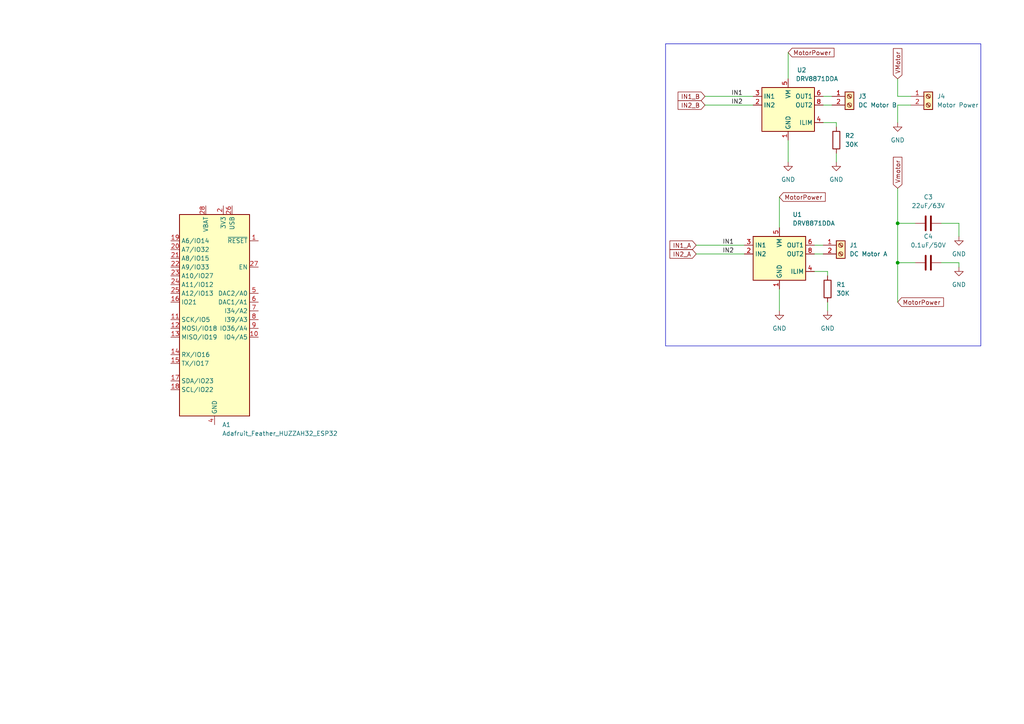
<source format=kicad_sch>
(kicad_sch (version 20230121) (generator eeschema)
  (paper "A4")
  (title_block (title "ME507 Inverted Pendulum PCB") (date "2023-10-23") (rev "0.1") (company "ME507") (comment 1 "Custom pcb for inverted pendulum balance bot"))
  (lib_symbols
    (symbol "Connector:Screw_Terminal_01x02" (pin_names (offset 1.016) hide)
      (property "Reference" "J" (at 0 2.54 0))
      (property "Value" "Screw_Terminal_01x02" (at 0 -5.08 0))
      (symbol "Screw_Terminal_01x02_1_1"
        (rectangle (start -1.27 1.27) (end 1.27 -3.81) (stroke (width 0.254)) (fill (type background)))
        (circle (center 0 -2.54) (radius 0.635) (stroke (width 0.1524)))
        (polyline (pts (xy -0.5334 -2.2098) (xy 0.3302 -3.048)) (stroke (width 0.1524)))
        (polyline (pts (xy -0.5334 0.3302) (xy 0.3302 -0.508)) (stroke (width 0.1524)))
        (polyline (pts (xy -0.3556 -2.032) (xy 0.508 -2.8702)) (stroke (width 0.1524)))
        (polyline (pts (xy -0.3556 0.508) (xy 0.508 -0.3302)) (stroke (width 0.1524)))
        (circle (center 0 0) (radius 0.635) (stroke (width 0.1524)))
        (pin passive line (at -5.08 0 0) (length 3.81) (name "Pin_1") (number "1"))
        (pin passive line (at -5.08 -2.54 0) (length 3.81) (name "Pin_2") (number "2"))
      )
    )
    (symbol "Device:C" (pin_numbers hide) (pin_names (offset 0.254))
      (property "Reference" "C" (at 0.635 2.54 0))
      (property "Value" "C" (at 0.635 -2.54 0))
      (symbol "C_0_1"
        (polyline (pts (xy -2.032 -0.762) (xy 2.032 -0.762)) (stroke (width 0.508)))
        (polyline (pts (xy -2.032 0.762) (xy 2.032 0.762)) (stroke (width 0.508)))
      )
      (symbol "C_1_1"
        (pin passive line (at 0 3.81 270) (length 2.794) (name "~") (number "1"))
        (pin passive line (at 0 -3.81 90) (length 2.794) (name "~") (number "2"))
      )
    )
    (symbol "Device:R" (pin_numbers hide) (pin_names (offset 0))
      (property "Reference" "R" (at 2.032 0 90))
      (property "Value" "R" (at 0 0 90))
      (symbol "R_0_1"
        (rectangle (start -1.016 -2.54) (end 1.016 2.54) (stroke (width 0.254)))
      )
      (symbol "R_1_1"
        (pin passive line (at 0 3.81 270) (length 1.27) (name "~") (number "1"))
        (pin passive line (at 0 -3.81 90) (length 1.27) (name "~") (number "2"))
      )
    )
    (symbol "Driver_Motor:DRV8871DDA"
      (property "Reference" "U" (at -6.35 6.35 0))
      (property "Value" "DRV8871DDA" (at 8.89 6.35 0))
      (symbol "DRV8871DDA_0_1"
        (rectangle (start -7.62 5.08) (end 7.62 -7.62) (stroke (width 0.254)) (fill (type background)))
      )
      (symbol "DRV8871DDA_1_1"
        (pin power_in line (at 0 -10.16 90) (length 2.54) (name "GND") (number "1"))
        (pin input line (at -10.16 0 0) (length 2.54) (name "IN2") (number "2"))
        (pin input line (at -10.16 2.54 0) (length 2.54) (name "IN1") (number "3"))
        (pin passive line (at 10.16 -5.08 180) (length 2.54) (name "ILIM") (number "4"))
        (pin power_in line (at 0 7.62 270) (length 2.54) (name "VM") (number "5"))
        (pin output line (at 10.16 2.54 180) (length 2.54) (name "OUT1") (number "6"))
        (pin passive line (at 0 -10.16 90) (length 2.54) hide (name "GND") (number "7"))
        (pin output line (at 10.16 0 180) (length 2.54) (name "OUT2") (number "8"))
        (pin passive line (at 0 -10.16 90) (length 2.54) hide (name "GND") (number "9"))
      )
    )
    (symbol "MCU_Module:Adafruit_Feather_HUZZAH32_ESP32"
      (property "Reference" "A" (at -10.16 29.21 0))
      (property "Value" "Adafruit_Feather_HUZZAH32_ESP32" (at 2.54 -31.75 0))
      (symbol "Adafruit_Feather_HUZZAH32_ESP32_0_1"
        (rectangle (start -10.16 27.94) (end 10.16 -30.48) (stroke (width 0.254)) (fill (type background)))
      )
      (symbol "Adafruit_Feather_HUZZAH32_ESP32_1_1"
        (pin input line (at 12.7 20.32 180) (length 2.54) (name "~{RESET}") (number "1"))
        (pin bidirectional line (at 12.7 -7.62 180) (length 2.54) (name "IO4/A5") (number "10"))
        (pin bidirectional line (at -12.7 -2.54 0) (length 2.54) (name "SCK/IO5") (number "11"))
        (pin bidirectional line (at -12.7 -5.08 0) (length 2.54) (name "MOSI/IO18") (number "12"))
        (pin bidirectional line (at -12.7 -7.62 0) (length 2.54) (name "MISO/IO19") (number "13"))
        (pin bidirectional line (at -12.7 -12.7 0) (length 2.54) (name "RX/IO16") (number "14"))
        (pin bidirectional line (at -12.7 -15.24 0) (length 2.54) (name "TX/IO17") (number "15"))
        (pin bidirectional line (at -12.7 2.54 0) (length 2.54) (name "IO21") (number "16"))
        (pin bidirectional line (at -12.7 -20.32 0) (length 2.54) (name "SDA/IO23") (number "17"))
        (pin bidirectional line (at -12.7 -22.86 0) (length 2.54) (name "SCL/IO22") (number "18"))
        (pin bidirectional line (at -12.7 20.32 0) (length 2.54) (name "A6/IO14") (number "19"))
        (pin power_in line (at 2.54 30.48 270) (length 2.54) (name "3V3") (number "2"))
        (pin bidirectional line (at -12.7 17.78 0) (length 2.54) (name "A7/IO32") (number "20"))
        (pin bidirectional line (at -12.7 15.24 0) (length 2.54) (name "A8/IO15") (number "21"))
        (pin bidirectional line (at -12.7 12.7 0) (length 2.54) (name "A9/IO33") (number "22"))
        (pin bidirectional line (at -12.7 10.16 0) (length 2.54) (name "A10/IO27") (number "23"))
        (pin bidirectional line (at -12.7 7.62 0) (length 2.54) (name "A11/IO12") (number "24"))
        (pin bidirectional line (at -12.7 5.08 0) (length 2.54) (name "A12/IO13") (number "25"))
        (pin power_in line (at 5.08 30.48 270) (length 2.54) (name "USB") (number "26"))
        (pin input line (at 12.7 12.7 180) (length 2.54) (name "EN") (number "27"))
        (pin power_in line (at -2.54 30.48 270) (length 2.54) (name "VBAT") (number "28"))
        (pin no_connect line (at 10.16 10.16 180) (length 2.54) hide (name "NC") (number "3"))
        (pin power_in line (at 0 -33.02 90) (length 2.54) (name "GND") (number "4"))
        (pin bidirectional line (at 12.7 5.08 180) (length 2.54) (name "DAC2/A0") (number "5"))
        (pin bidirectional line (at 12.7 2.54 180) (length 2.54) (name "DAC1/A1") (number "6"))
        (pin bidirectional line (at 12.7 0 180) (length 2.54) (name "I34/A2") (number "7"))
        (pin bidirectional line (at 12.7 -2.54 180) (length 2.54) (name "I39/A3") (number "8"))
        (pin bidirectional line (at 12.7 -5.08 180) (length 2.54) (name "IO36/A4") (number "9"))
      )
    )
    (symbol "power:GND" (power) (pin_names (offset 0))
      (property "Value" "GND" (at 0 -3.81 0))
      (symbol "GND_0_1"
        (polyline (pts (xy 0 0) (xy 0 -1.27) (xy 1.27 -1.27) (xy 0 -2.54) (xy -1.27 -1.27) (xy 0 -1.27)))
      )
      (symbol "GND_1_1"
        (pin power_in line (at 0 0 270) (length 0) hide (name "GND") (number "1"))
      )
    )
  )
  (junction (at 260.35 64.77))
  (junction (at 260.35 76.2))
  (wire (pts (xy 260.35 54.61) (xy 260.35 64.77)))
  (wire (pts (xy 260.35 64.77) (xy 260.35 76.2)))
  (wire (pts (xy 236.22 73.66) (xy 238.76 73.66)))
  (wire (pts (xy 236.22 71.12) (xy 238.76 71.12)))
  (wire (pts (xy 260.35 22.86) (xy 260.35 27.94)))
  (wire (pts (xy 273.05 76.2) (xy 278.13 76.2)))
  (wire (pts (xy 201.93 73.66) (xy 215.9 73.66)))
  (wire (pts (xy 228.6 40.64) (xy 228.6 46.99)))
  (wire (pts (xy 273.05 64.77) (xy 278.13 64.77)))
  (wire (pts (xy 226.06 57.15) (xy 226.06 66.04)))
  (wire (pts (xy 226.06 83.82) (xy 226.06 90.17)))
  (wire (pts (xy 201.93 71.12) (xy 215.9 71.12)))
  (wire (pts (xy 240.03 78.74) (xy 240.03 80.01)))
  (wire (pts (xy 260.35 27.94) (xy 264.16 27.94)))
  (wire (pts (xy 260.35 30.48) (xy 260.35 35.56)))
  (wire (pts (xy 240.03 87.63) (xy 240.03 90.17)))
  (wire (pts (xy 238.76 27.94) (xy 241.3 27.94)))
  (wire (pts (xy 242.57 44.45) (xy 242.57 46.99)))
  (wire (pts (xy 238.76 35.56) (xy 242.57 35.56)))
  (wire (pts (xy 236.22 78.74) (xy 240.03 78.74)))
  (wire (pts (xy 238.76 30.48) (xy 241.3 30.48)))
  (wire (pts (xy 278.13 76.2) (xy 278.13 77.47)))
  (wire (pts (xy 204.47 30.48) (xy 218.44 30.48)))
  (wire (pts (xy 242.57 35.56) (xy 242.57 36.83)))
  (wire (pts (xy 278.13 64.77) (xy 278.13 68.58)))
  (wire (pts (xy 260.35 64.77) (xy 265.43 64.77)))
  (wire (pts (xy 260.35 76.2) (xy 265.43 76.2)))
  (wire (pts (xy 264.16 30.48) (xy 260.35 30.48)))
  (wire (pts (xy 204.47 27.94) (xy 218.44 27.94)))
  (wire (pts (xy 228.6 15.24) (xy 228.6 22.86)))
  (wire (pts (xy 260.35 76.2) (xy 260.35 87.63)))
  (rectangle (start 193.04 12.7) (end 284.48 100.33))
  (label "IN2" (at 212.09 30.48 0))
  (label "IN1" (at 209.55 71.12 0))
  (label "IN1" (at 212.09 27.94 0))
  (label "IN2" (at 209.55 73.66 0))
  (global_label "IN2_A" (shape input) (at 201.93 73.66 180) (property "Intersheetrefs" "${INTERSHEET_REFS}" (effects hide)))
  (global_label "MotorPower" (shape input) (at 260.35 87.63 0) (property "Intersheetrefs" "${INTERSHEET_REFS}" (effects hide)))
  (global_label "MotorPower" (shape input) (at 228.6 15.24 0) (property "Intersheetrefs" "${INTERSHEET_REFS}" (effects hide)))
  (global_label "IN2_B" (shape input) (at 204.47 30.48 180) (property "Intersheetrefs" "${INTERSHEET_REFS}" (effects hide)))
  (global_label "Vmotor" (shape input) (at 260.35 54.61 90) (property "Intersheetrefs" "${INTERSHEET_REFS}" (effects hide)))
  (global_label "VMotor" (shape input) (at 260.35 22.86 90) (property "Intersheetrefs" "${INTERSHEET_REFS}" (effects hide)))
  (global_label "IN1_A" (shape input) (at 201.93 71.12 180) (property "Intersheetrefs" "${INTERSHEET_REFS}" (effects hide)))
  (global_label "IN1_B" (shape input) (at 204.47 27.94 180) (property "Intersheetrefs" "${INTERSHEET_REFS}" (effects hide)))
  (global_label "MotorPower" (shape input) (at 226.06 57.15 0) (property "Intersheetrefs" "${INTERSHEET_REFS}" (effects hide)))
  (symbol (lib_id "Connector:Screw_Terminal_01x02") (at 269.24 27.94 0) (unit 1)
    (property "Reference" "J4" (at 271.78 27.94 0) (effects (justify left)))
    (property "Value" "Motor Power" (at 271.78 30.48 0) (effects (justify left)))
  )
  (symbol (lib_id "power:GND") (at 278.13 68.58 0) (unit 1)
    (property "Reference" "#PWR09" (effects hide))
    (property "Value" "GND" (at 278.13 73.66 0))
  )
  (symbol (lib_id "MCU_Module:Adafruit_Feather_HUZZAH32_ESP32") (at 62.23 90.17 0) (unit 1)
    (property "Reference" "A1" (at 64.4241 123.19 0) (effects (justify left)))
    (property "Value" "Adafruit_Feather_HUZZAH32_ESP32" (at 64.4241 125.73 0) (effects (justify left)))
    (property "Footprint" "Module:Adafruit_Feather" (effects hide))
    (property "Datasheet" "https://cdn-learn.adafruit.com/downloads/pdf/adafruit-huzzah32-esp32-feather.pdf" (effects hide))
  )
  (symbol (lib_id "power:GND") (at 260.35 35.56 0) (unit 1)
    (property "Reference" "#PWR08" (effects hide))
    (property "Value" "GND" (at 260.35 40.64 0))
  )
  (symbol (lib_id "power:GND") (at 242.57 46.99 0) (unit 1)
    (property "Reference" "#PWR07" (effects hide))
    (property "Value" "GND" (at 242.57 52.07 0))
  )
  (symbol (lib_id "Connector:Screw_Terminal_01x02") (at 243.84 71.12 0) (unit 1)
    (property "Reference" "J1" (at 246.38 71.12 0) (effects (justify left)))
    (property "Value" "DC Motor A" (at 246.38 73.66 0) (effects (justify left)))
  )
  (symbol (lib_id "Driver_Motor:DRV8871DDA") (at 226.06 73.66 0) (unit 1)
    (property "Reference" "U1" (at 229.87 62.23 0) (effects (justify left)))
    (property "Value" "DRV8871DDA" (at 229.87 64.77 0) (effects (justify left)))
    (property "Footprint" "Package_SO:Texas_HTSOP-8-1EP_3.9x4.9mm_P1.27mm_EP2.95x4.9mm_Mask2.4x3.1mm_ThermalVias" (effects hide))
    (property "Datasheet" "http://www.ti.com/lit/ds/symlink/drv8871.pdf" (effects hide))
  )
  (symbol (lib_id "Device:C") (at 269.24 76.2 270) (unit 1)
    (property "Reference" "C4" (at 269.24 68.58 90))
    (property "Value" "0.1uF/50V" (at 269.24 71.12 90))
  )
  (symbol (lib_id "power:GND") (at 240.03 90.17 0) (unit 1)
    (property "Reference" "#PWR01" (effects hide))
    (property "Value" "GND" (at 240.03 95.25 0))
  )
  (symbol (lib_id "Device:R") (at 242.57 40.64 0) (unit 1)
    (property "Reference" "R2" (at 245.11 39.37 0) (effects (justify left)))
    (property "Value" "30K" (at 245.11 41.91 0) (effects (justify left)))
  )
  (symbol (lib_id "Device:C") (at 269.24 64.77 90) (unit 1)
    (property "Reference" "C3" (at 269.24 57.15 90))
    (property "Value" "22uF/63V" (at 269.24 59.69 90))
  )
  (symbol (lib_id "power:GND") (at 226.06 90.17 0) (unit 1)
    (property "Reference" "#PWR06" (effects hide))
    (property "Value" "GND" (at 226.06 95.25 0))
  )
  (symbol (lib_id "Device:R") (at 240.03 83.82 0) (unit 1)
    (property "Reference" "R1" (at 242.57 82.55 0) (effects (justify left)))
    (property "Value" "30K" (at 242.57 85.09 0) (effects (justify left)))
  )
  (symbol (lib_id "Connector:Screw_Terminal_01x02") (at 246.38 27.94 0) (unit 1)
    (property "Reference" "J3" (at 248.92 27.94 0) (effects (justify left)))
    (property "Value" "DC Motor B" (at 248.92 30.48 0) (effects (justify left)))
  )
  (symbol (lib_id "power:GND") (at 278.13 77.47 0) (unit 1)
    (property "Reference" "#PWR010" (effects hide))
    (property "Value" "GND" (at 278.13 82.55 0))
  )
  (symbol (lib_id "Driver_Motor:DRV8871DDA") (at 228.6 30.48 0) (unit 1)
    (property "Reference" "U2" (at 231.14 20.32 0) (effects (justify left)))
    (property "Value" "DRV8871DDA" (at 230.7941 22.86 0) (effects (justify left)))
    (property "Footprint" "Package_SO:Texas_HTSOP-8-1EP_3.9x4.9mm_P1.27mm_EP2.95x4.9mm_Mask2.4x3.1mm_ThermalVias" (effects hide))
    (property "Datasheet" "http://www.ti.com/lit/ds/symlink/drv8871.pdf" (effects hide))
  )
  (symbol (lib_id "power:GND") (at 228.6 46.99 0) (unit 1)
    (property "Reference" "#PWR04" (effects hide))
    (property "Value" "GND" (at 228.6 52.07 0))
  )
)
</source>
